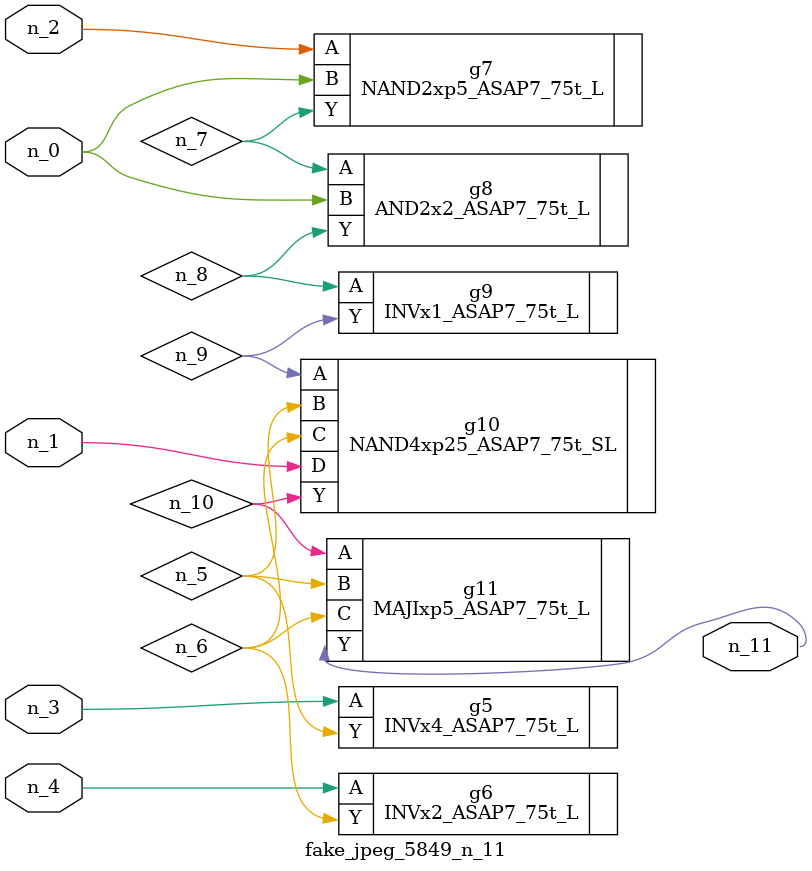
<source format=v>
module fake_jpeg_5849_n_11 (n_3, n_2, n_1, n_0, n_4, n_11);

input n_3;
input n_2;
input n_1;
input n_0;
input n_4;

output n_11;

wire n_10;
wire n_8;
wire n_9;
wire n_6;
wire n_5;
wire n_7;

INVx4_ASAP7_75t_L g5 ( 
.A(n_3),
.Y(n_5)
);

INVx2_ASAP7_75t_L g6 ( 
.A(n_4),
.Y(n_6)
);

NAND2xp5_ASAP7_75t_L g7 ( 
.A(n_2),
.B(n_0),
.Y(n_7)
);

AND2x2_ASAP7_75t_L g8 ( 
.A(n_7),
.B(n_0),
.Y(n_8)
);

INVx1_ASAP7_75t_L g9 ( 
.A(n_8),
.Y(n_9)
);

NAND4xp25_ASAP7_75t_SL g10 ( 
.A(n_9),
.B(n_5),
.C(n_6),
.D(n_1),
.Y(n_10)
);

MAJIxp5_ASAP7_75t_L g11 ( 
.A(n_10),
.B(n_5),
.C(n_6),
.Y(n_11)
);


endmodule
</source>
